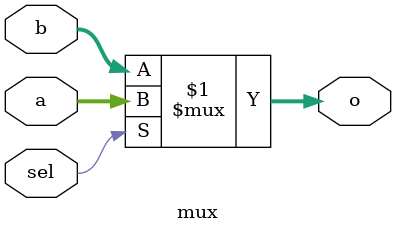
<source format=v>
module mux(
	input sel,
	input [7:0] a,
	input [7:0] b,
	output [7:0] o
	);

assign o = sel ? a : b;

endmodule

/*
mux 2to1()
input sel
input a
input b
output o

wire nsel, o_and0, o_and1;
not not0(nsel, sel);
and and0(o_and0, a, sel);
and and1(o_and1, b, nsel);

or or0(o, o_and0, o_and1);  // a or b anything out


*/
</source>
